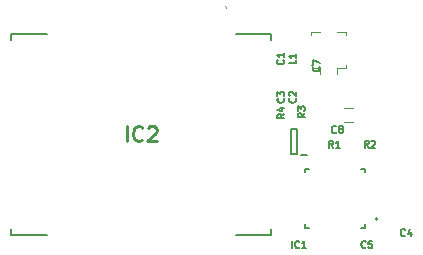
<source format=gbr>
%TF.GenerationSoftware,KiCad,Pcbnew,9.0.1*%
%TF.CreationDate,2025-05-26T16:44:25+02:00*%
%TF.ProjectId,Janus HW,4a616e75-7320-4485-972e-6b696361645f,rev?*%
%TF.SameCoordinates,Original*%
%TF.FileFunction,Legend,Top*%
%TF.FilePolarity,Positive*%
%FSLAX46Y46*%
G04 Gerber Fmt 4.6, Leading zero omitted, Abs format (unit mm)*
G04 Created by KiCad (PCBNEW 9.0.1) date 2025-05-26 16:44:25*
%MOMM*%
%LPD*%
G01*
G04 APERTURE LIST*
%ADD10C,0.150000*%
%ADD11C,0.254000*%
%ADD12C,0.120000*%
%ADD13C,0.200000*%
%ADD14C,0.100000*%
%ADD15C,0.127000*%
G04 APERTURE END LIST*
D10*
X197400000Y-75462628D02*
X197371428Y-75491200D01*
X197371428Y-75491200D02*
X197285714Y-75519771D01*
X197285714Y-75519771D02*
X197228571Y-75519771D01*
X197228571Y-75519771D02*
X197142857Y-75491200D01*
X197142857Y-75491200D02*
X197085714Y-75434057D01*
X197085714Y-75434057D02*
X197057143Y-75376914D01*
X197057143Y-75376914D02*
X197028571Y-75262628D01*
X197028571Y-75262628D02*
X197028571Y-75176914D01*
X197028571Y-75176914D02*
X197057143Y-75062628D01*
X197057143Y-75062628D02*
X197085714Y-75005485D01*
X197085714Y-75005485D02*
X197142857Y-74948342D01*
X197142857Y-74948342D02*
X197228571Y-74919771D01*
X197228571Y-74919771D02*
X197285714Y-74919771D01*
X197285714Y-74919771D02*
X197371428Y-74948342D01*
X197371428Y-74948342D02*
X197400000Y-74976914D01*
X197942857Y-74919771D02*
X197657143Y-74919771D01*
X197657143Y-74919771D02*
X197628571Y-75205485D01*
X197628571Y-75205485D02*
X197657143Y-75176914D01*
X197657143Y-75176914D02*
X197714286Y-75148342D01*
X197714286Y-75148342D02*
X197857143Y-75148342D01*
X197857143Y-75148342D02*
X197914286Y-75176914D01*
X197914286Y-75176914D02*
X197942857Y-75205485D01*
X197942857Y-75205485D02*
X197971428Y-75262628D01*
X197971428Y-75262628D02*
X197971428Y-75405485D01*
X197971428Y-75405485D02*
X197942857Y-75462628D01*
X197942857Y-75462628D02*
X197914286Y-75491200D01*
X197914286Y-75491200D02*
X197857143Y-75519771D01*
X197857143Y-75519771D02*
X197714286Y-75519771D01*
X197714286Y-75519771D02*
X197657143Y-75491200D01*
X197657143Y-75491200D02*
X197628571Y-75462628D01*
X200742500Y-74462628D02*
X200713928Y-74491200D01*
X200713928Y-74491200D02*
X200628214Y-74519771D01*
X200628214Y-74519771D02*
X200571071Y-74519771D01*
X200571071Y-74519771D02*
X200485357Y-74491200D01*
X200485357Y-74491200D02*
X200428214Y-74434057D01*
X200428214Y-74434057D02*
X200399643Y-74376914D01*
X200399643Y-74376914D02*
X200371071Y-74262628D01*
X200371071Y-74262628D02*
X200371071Y-74176914D01*
X200371071Y-74176914D02*
X200399643Y-74062628D01*
X200399643Y-74062628D02*
X200428214Y-74005485D01*
X200428214Y-74005485D02*
X200485357Y-73948342D01*
X200485357Y-73948342D02*
X200571071Y-73919771D01*
X200571071Y-73919771D02*
X200628214Y-73919771D01*
X200628214Y-73919771D02*
X200713928Y-73948342D01*
X200713928Y-73948342D02*
X200742500Y-73976914D01*
X201256786Y-74119771D02*
X201256786Y-74519771D01*
X201113928Y-73891200D02*
X200971071Y-74319771D01*
X200971071Y-74319771D02*
X201342500Y-74319771D01*
X190519771Y-64164999D02*
X190234057Y-64364999D01*
X190519771Y-64507856D02*
X189919771Y-64507856D01*
X189919771Y-64507856D02*
X189919771Y-64279285D01*
X189919771Y-64279285D02*
X189948342Y-64222142D01*
X189948342Y-64222142D02*
X189976914Y-64193571D01*
X189976914Y-64193571D02*
X190034057Y-64164999D01*
X190034057Y-64164999D02*
X190119771Y-64164999D01*
X190119771Y-64164999D02*
X190176914Y-64193571D01*
X190176914Y-64193571D02*
X190205485Y-64222142D01*
X190205485Y-64222142D02*
X190234057Y-64279285D01*
X190234057Y-64279285D02*
X190234057Y-64507856D01*
X190119771Y-63650714D02*
X190519771Y-63650714D01*
X189891200Y-63793571D02*
X190319771Y-63936428D01*
X190319771Y-63936428D02*
X190319771Y-63564999D01*
X192269771Y-64099999D02*
X191984057Y-64299999D01*
X192269771Y-64442856D02*
X191669771Y-64442856D01*
X191669771Y-64442856D02*
X191669771Y-64214285D01*
X191669771Y-64214285D02*
X191698342Y-64157142D01*
X191698342Y-64157142D02*
X191726914Y-64128571D01*
X191726914Y-64128571D02*
X191784057Y-64099999D01*
X191784057Y-64099999D02*
X191869771Y-64099999D01*
X191869771Y-64099999D02*
X191926914Y-64128571D01*
X191926914Y-64128571D02*
X191955485Y-64157142D01*
X191955485Y-64157142D02*
X191984057Y-64214285D01*
X191984057Y-64214285D02*
X191984057Y-64442856D01*
X191669771Y-63899999D02*
X191669771Y-63528571D01*
X191669771Y-63528571D02*
X191898342Y-63728571D01*
X191898342Y-63728571D02*
X191898342Y-63642856D01*
X191898342Y-63642856D02*
X191926914Y-63585714D01*
X191926914Y-63585714D02*
X191955485Y-63557142D01*
X191955485Y-63557142D02*
X192012628Y-63528571D01*
X192012628Y-63528571D02*
X192155485Y-63528571D01*
X192155485Y-63528571D02*
X192212628Y-63557142D01*
X192212628Y-63557142D02*
X192241200Y-63585714D01*
X192241200Y-63585714D02*
X192269771Y-63642856D01*
X192269771Y-63642856D02*
X192269771Y-63814285D01*
X192269771Y-63814285D02*
X192241200Y-63871428D01*
X192241200Y-63871428D02*
X192212628Y-63899999D01*
X194900000Y-65712628D02*
X194871428Y-65741200D01*
X194871428Y-65741200D02*
X194785714Y-65769771D01*
X194785714Y-65769771D02*
X194728571Y-65769771D01*
X194728571Y-65769771D02*
X194642857Y-65741200D01*
X194642857Y-65741200D02*
X194585714Y-65684057D01*
X194585714Y-65684057D02*
X194557143Y-65626914D01*
X194557143Y-65626914D02*
X194528571Y-65512628D01*
X194528571Y-65512628D02*
X194528571Y-65426914D01*
X194528571Y-65426914D02*
X194557143Y-65312628D01*
X194557143Y-65312628D02*
X194585714Y-65255485D01*
X194585714Y-65255485D02*
X194642857Y-65198342D01*
X194642857Y-65198342D02*
X194728571Y-65169771D01*
X194728571Y-65169771D02*
X194785714Y-65169771D01*
X194785714Y-65169771D02*
X194871428Y-65198342D01*
X194871428Y-65198342D02*
X194900000Y-65226914D01*
X195242857Y-65426914D02*
X195185714Y-65398342D01*
X195185714Y-65398342D02*
X195157143Y-65369771D01*
X195157143Y-65369771D02*
X195128571Y-65312628D01*
X195128571Y-65312628D02*
X195128571Y-65284057D01*
X195128571Y-65284057D02*
X195157143Y-65226914D01*
X195157143Y-65226914D02*
X195185714Y-65198342D01*
X195185714Y-65198342D02*
X195242857Y-65169771D01*
X195242857Y-65169771D02*
X195357143Y-65169771D01*
X195357143Y-65169771D02*
X195414286Y-65198342D01*
X195414286Y-65198342D02*
X195442857Y-65226914D01*
X195442857Y-65226914D02*
X195471428Y-65284057D01*
X195471428Y-65284057D02*
X195471428Y-65312628D01*
X195471428Y-65312628D02*
X195442857Y-65369771D01*
X195442857Y-65369771D02*
X195414286Y-65398342D01*
X195414286Y-65398342D02*
X195357143Y-65426914D01*
X195357143Y-65426914D02*
X195242857Y-65426914D01*
X195242857Y-65426914D02*
X195185714Y-65455485D01*
X195185714Y-65455485D02*
X195157143Y-65484057D01*
X195157143Y-65484057D02*
X195128571Y-65541200D01*
X195128571Y-65541200D02*
X195128571Y-65655485D01*
X195128571Y-65655485D02*
X195157143Y-65712628D01*
X195157143Y-65712628D02*
X195185714Y-65741200D01*
X195185714Y-65741200D02*
X195242857Y-65769771D01*
X195242857Y-65769771D02*
X195357143Y-65769771D01*
X195357143Y-65769771D02*
X195414286Y-65741200D01*
X195414286Y-65741200D02*
X195442857Y-65712628D01*
X195442857Y-65712628D02*
X195471428Y-65655485D01*
X195471428Y-65655485D02*
X195471428Y-65541200D01*
X195471428Y-65541200D02*
X195442857Y-65484057D01*
X195442857Y-65484057D02*
X195414286Y-65455485D01*
X195414286Y-65455485D02*
X195357143Y-65426914D01*
X193462628Y-60192499D02*
X193491200Y-60221071D01*
X193491200Y-60221071D02*
X193519771Y-60306785D01*
X193519771Y-60306785D02*
X193519771Y-60363928D01*
X193519771Y-60363928D02*
X193491200Y-60449642D01*
X193491200Y-60449642D02*
X193434057Y-60506785D01*
X193434057Y-60506785D02*
X193376914Y-60535356D01*
X193376914Y-60535356D02*
X193262628Y-60563928D01*
X193262628Y-60563928D02*
X193176914Y-60563928D01*
X193176914Y-60563928D02*
X193062628Y-60535356D01*
X193062628Y-60535356D02*
X193005485Y-60506785D01*
X193005485Y-60506785D02*
X192948342Y-60449642D01*
X192948342Y-60449642D02*
X192919771Y-60363928D01*
X192919771Y-60363928D02*
X192919771Y-60306785D01*
X192919771Y-60306785D02*
X192948342Y-60221071D01*
X192948342Y-60221071D02*
X192976914Y-60192499D01*
X192919771Y-59992499D02*
X192919771Y-59592499D01*
X192919771Y-59592499D02*
X193519771Y-59849642D01*
D11*
X177155237Y-66474318D02*
X177155237Y-65204318D01*
X178485714Y-66353365D02*
X178425238Y-66413842D01*
X178425238Y-66413842D02*
X178243809Y-66474318D01*
X178243809Y-66474318D02*
X178122857Y-66474318D01*
X178122857Y-66474318D02*
X177941428Y-66413842D01*
X177941428Y-66413842D02*
X177820476Y-66292889D01*
X177820476Y-66292889D02*
X177759999Y-66171937D01*
X177759999Y-66171937D02*
X177699523Y-65930032D01*
X177699523Y-65930032D02*
X177699523Y-65748603D01*
X177699523Y-65748603D02*
X177759999Y-65506699D01*
X177759999Y-65506699D02*
X177820476Y-65385746D01*
X177820476Y-65385746D02*
X177941428Y-65264794D01*
X177941428Y-65264794D02*
X178122857Y-65204318D01*
X178122857Y-65204318D02*
X178243809Y-65204318D01*
X178243809Y-65204318D02*
X178425238Y-65264794D01*
X178425238Y-65264794D02*
X178485714Y-65325270D01*
X178969523Y-65325270D02*
X179029999Y-65264794D01*
X179029999Y-65264794D02*
X179150952Y-65204318D01*
X179150952Y-65204318D02*
X179453333Y-65204318D01*
X179453333Y-65204318D02*
X179574285Y-65264794D01*
X179574285Y-65264794D02*
X179634761Y-65325270D01*
X179634761Y-65325270D02*
X179695238Y-65446222D01*
X179695238Y-65446222D02*
X179695238Y-65567175D01*
X179695238Y-65567175D02*
X179634761Y-65748603D01*
X179634761Y-65748603D02*
X178909047Y-66474318D01*
X178909047Y-66474318D02*
X179695238Y-66474318D01*
D10*
X191164286Y-75519771D02*
X191164286Y-74919771D01*
X191792857Y-75462628D02*
X191764285Y-75491200D01*
X191764285Y-75491200D02*
X191678571Y-75519771D01*
X191678571Y-75519771D02*
X191621428Y-75519771D01*
X191621428Y-75519771D02*
X191535714Y-75491200D01*
X191535714Y-75491200D02*
X191478571Y-75434057D01*
X191478571Y-75434057D02*
X191450000Y-75376914D01*
X191450000Y-75376914D02*
X191421428Y-75262628D01*
X191421428Y-75262628D02*
X191421428Y-75176914D01*
X191421428Y-75176914D02*
X191450000Y-75062628D01*
X191450000Y-75062628D02*
X191478571Y-75005485D01*
X191478571Y-75005485D02*
X191535714Y-74948342D01*
X191535714Y-74948342D02*
X191621428Y-74919771D01*
X191621428Y-74919771D02*
X191678571Y-74919771D01*
X191678571Y-74919771D02*
X191764285Y-74948342D01*
X191764285Y-74948342D02*
X191792857Y-74976914D01*
X192364285Y-75519771D02*
X192021428Y-75519771D01*
X192192857Y-75519771D02*
X192192857Y-74919771D01*
X192192857Y-74919771D02*
X192135714Y-75005485D01*
X192135714Y-75005485D02*
X192078571Y-75062628D01*
X192078571Y-75062628D02*
X192021428Y-75091200D01*
X190437628Y-59599999D02*
X190466200Y-59628571D01*
X190466200Y-59628571D02*
X190494771Y-59714285D01*
X190494771Y-59714285D02*
X190494771Y-59771428D01*
X190494771Y-59771428D02*
X190466200Y-59857142D01*
X190466200Y-59857142D02*
X190409057Y-59914285D01*
X190409057Y-59914285D02*
X190351914Y-59942856D01*
X190351914Y-59942856D02*
X190237628Y-59971428D01*
X190237628Y-59971428D02*
X190151914Y-59971428D01*
X190151914Y-59971428D02*
X190037628Y-59942856D01*
X190037628Y-59942856D02*
X189980485Y-59914285D01*
X189980485Y-59914285D02*
X189923342Y-59857142D01*
X189923342Y-59857142D02*
X189894771Y-59771428D01*
X189894771Y-59771428D02*
X189894771Y-59714285D01*
X189894771Y-59714285D02*
X189923342Y-59628571D01*
X189923342Y-59628571D02*
X189951914Y-59599999D01*
X190494771Y-59028571D02*
X190494771Y-59371428D01*
X190494771Y-59199999D02*
X189894771Y-59199999D01*
X189894771Y-59199999D02*
X189980485Y-59257142D01*
X189980485Y-59257142D02*
X190037628Y-59314285D01*
X190037628Y-59314285D02*
X190066200Y-59371428D01*
X191494771Y-59599999D02*
X191494771Y-59885713D01*
X191494771Y-59885713D02*
X190894771Y-59885713D01*
X191494771Y-59085714D02*
X191494771Y-59428571D01*
X191494771Y-59257142D02*
X190894771Y-59257142D01*
X190894771Y-59257142D02*
X190980485Y-59314285D01*
X190980485Y-59314285D02*
X191037628Y-59371428D01*
X191037628Y-59371428D02*
X191066200Y-59428571D01*
X191462628Y-62849999D02*
X191491200Y-62878571D01*
X191491200Y-62878571D02*
X191519771Y-62964285D01*
X191519771Y-62964285D02*
X191519771Y-63021428D01*
X191519771Y-63021428D02*
X191491200Y-63107142D01*
X191491200Y-63107142D02*
X191434057Y-63164285D01*
X191434057Y-63164285D02*
X191376914Y-63192856D01*
X191376914Y-63192856D02*
X191262628Y-63221428D01*
X191262628Y-63221428D02*
X191176914Y-63221428D01*
X191176914Y-63221428D02*
X191062628Y-63192856D01*
X191062628Y-63192856D02*
X191005485Y-63164285D01*
X191005485Y-63164285D02*
X190948342Y-63107142D01*
X190948342Y-63107142D02*
X190919771Y-63021428D01*
X190919771Y-63021428D02*
X190919771Y-62964285D01*
X190919771Y-62964285D02*
X190948342Y-62878571D01*
X190948342Y-62878571D02*
X190976914Y-62849999D01*
X190976914Y-62621428D02*
X190948342Y-62592856D01*
X190948342Y-62592856D02*
X190919771Y-62535714D01*
X190919771Y-62535714D02*
X190919771Y-62392856D01*
X190919771Y-62392856D02*
X190948342Y-62335714D01*
X190948342Y-62335714D02*
X190976914Y-62307142D01*
X190976914Y-62307142D02*
X191034057Y-62278571D01*
X191034057Y-62278571D02*
X191091200Y-62278571D01*
X191091200Y-62278571D02*
X191176914Y-62307142D01*
X191176914Y-62307142D02*
X191519771Y-62649999D01*
X191519771Y-62649999D02*
X191519771Y-62278571D01*
X194650000Y-67019771D02*
X194450000Y-66734057D01*
X194307143Y-67019771D02*
X194307143Y-66419771D01*
X194307143Y-66419771D02*
X194535714Y-66419771D01*
X194535714Y-66419771D02*
X194592857Y-66448342D01*
X194592857Y-66448342D02*
X194621428Y-66476914D01*
X194621428Y-66476914D02*
X194650000Y-66534057D01*
X194650000Y-66534057D02*
X194650000Y-66619771D01*
X194650000Y-66619771D02*
X194621428Y-66676914D01*
X194621428Y-66676914D02*
X194592857Y-66705485D01*
X194592857Y-66705485D02*
X194535714Y-66734057D01*
X194535714Y-66734057D02*
X194307143Y-66734057D01*
X195221428Y-67019771D02*
X194878571Y-67019771D01*
X195050000Y-67019771D02*
X195050000Y-66419771D01*
X195050000Y-66419771D02*
X194992857Y-66505485D01*
X194992857Y-66505485D02*
X194935714Y-66562628D01*
X194935714Y-66562628D02*
X194878571Y-66591200D01*
X197650000Y-67019771D02*
X197450000Y-66734057D01*
X197307143Y-67019771D02*
X197307143Y-66419771D01*
X197307143Y-66419771D02*
X197535714Y-66419771D01*
X197535714Y-66419771D02*
X197592857Y-66448342D01*
X197592857Y-66448342D02*
X197621428Y-66476914D01*
X197621428Y-66476914D02*
X197650000Y-66534057D01*
X197650000Y-66534057D02*
X197650000Y-66619771D01*
X197650000Y-66619771D02*
X197621428Y-66676914D01*
X197621428Y-66676914D02*
X197592857Y-66705485D01*
X197592857Y-66705485D02*
X197535714Y-66734057D01*
X197535714Y-66734057D02*
X197307143Y-66734057D01*
X197878571Y-66476914D02*
X197907143Y-66448342D01*
X197907143Y-66448342D02*
X197964286Y-66419771D01*
X197964286Y-66419771D02*
X198107143Y-66419771D01*
X198107143Y-66419771D02*
X198164286Y-66448342D01*
X198164286Y-66448342D02*
X198192857Y-66476914D01*
X198192857Y-66476914D02*
X198221428Y-66534057D01*
X198221428Y-66534057D02*
X198221428Y-66591200D01*
X198221428Y-66591200D02*
X198192857Y-66676914D01*
X198192857Y-66676914D02*
X197850000Y-67019771D01*
X197850000Y-67019771D02*
X198221428Y-67019771D01*
X190462628Y-62849999D02*
X190491200Y-62878571D01*
X190491200Y-62878571D02*
X190519771Y-62964285D01*
X190519771Y-62964285D02*
X190519771Y-63021428D01*
X190519771Y-63021428D02*
X190491200Y-63107142D01*
X190491200Y-63107142D02*
X190434057Y-63164285D01*
X190434057Y-63164285D02*
X190376914Y-63192856D01*
X190376914Y-63192856D02*
X190262628Y-63221428D01*
X190262628Y-63221428D02*
X190176914Y-63221428D01*
X190176914Y-63221428D02*
X190062628Y-63192856D01*
X190062628Y-63192856D02*
X190005485Y-63164285D01*
X190005485Y-63164285D02*
X189948342Y-63107142D01*
X189948342Y-63107142D02*
X189919771Y-63021428D01*
X189919771Y-63021428D02*
X189919771Y-62964285D01*
X189919771Y-62964285D02*
X189948342Y-62878571D01*
X189948342Y-62878571D02*
X189976914Y-62849999D01*
X189919771Y-62649999D02*
X189919771Y-62278571D01*
X189919771Y-62278571D02*
X190148342Y-62478571D01*
X190148342Y-62478571D02*
X190148342Y-62392856D01*
X190148342Y-62392856D02*
X190176914Y-62335714D01*
X190176914Y-62335714D02*
X190205485Y-62307142D01*
X190205485Y-62307142D02*
X190262628Y-62278571D01*
X190262628Y-62278571D02*
X190405485Y-62278571D01*
X190405485Y-62278571D02*
X190462628Y-62307142D01*
X190462628Y-62307142D02*
X190491200Y-62335714D01*
X190491200Y-62335714D02*
X190519771Y-62392856D01*
X190519771Y-62392856D02*
X190519771Y-62564285D01*
X190519771Y-62564285D02*
X190491200Y-62621428D01*
X190491200Y-62621428D02*
X190462628Y-62649999D01*
D12*
%TO.C,L2*%
X195537878Y-63690000D02*
X196337122Y-63690000D01*
X195537878Y-64810000D02*
X196337122Y-64810000D01*
D13*
%TO.C,IC3*%
X191588000Y-67550000D02*
X191088000Y-67550000D01*
X191088000Y-67550000D02*
X191088000Y-65450000D01*
X191088000Y-65450000D02*
X191588000Y-65450000D01*
X191588000Y-65450000D02*
X191588000Y-67550000D01*
X192413000Y-67650000D02*
X191938000Y-67650000D01*
%TO.C,IC2*%
X189395000Y-74400000D02*
X189395000Y-73900000D01*
X189395000Y-57900000D02*
X189395000Y-57400000D01*
X189395000Y-57400000D02*
X186395000Y-57400000D01*
X186395000Y-74400000D02*
X189395000Y-74400000D01*
D14*
X185545000Y-55200000D02*
X185545000Y-55200000D01*
X185545000Y-55100000D02*
X185545000Y-55100000D01*
D13*
X170395000Y-74400000D02*
X167395000Y-74400000D01*
X170395000Y-57400000D02*
X167395000Y-57400000D01*
X167395000Y-74400000D02*
X167395000Y-73900000D01*
X167395000Y-57400000D02*
X167395000Y-57900000D01*
D14*
X185545000Y-55200000D02*
G75*
G02*
X185545000Y-55100000I0J50000D01*
G01*
X185545000Y-55100000D02*
G75*
G02*
X185545000Y-55200000I0J-50000D01*
G01*
D12*
%TO.C,AE2*%
X195750000Y-60250000D02*
X194950000Y-60250000D01*
X195750000Y-60050000D02*
X195750000Y-60250000D01*
X195750000Y-57250000D02*
X195750000Y-57450000D01*
X194950000Y-60250000D02*
X194950000Y-60750000D01*
X194950000Y-57250000D02*
X195750000Y-57250000D01*
X193550000Y-60250000D02*
X193550000Y-60750000D01*
X193550000Y-60250000D02*
X192950000Y-60250000D01*
X192950000Y-60250000D02*
X192750000Y-60050000D01*
X192750000Y-57450000D02*
X192750000Y-57250000D01*
X192750000Y-57250000D02*
X193550000Y-57250000D01*
D15*
%TO.C,IC1*%
X192305000Y-68805000D02*
X192305000Y-69105000D01*
X192305000Y-68805000D02*
X192605000Y-68805000D01*
X192305000Y-73805000D02*
X192305000Y-73505000D01*
X192305000Y-73805000D02*
X192605000Y-73805000D01*
X197305000Y-68805000D02*
X197005000Y-68805000D01*
X197305000Y-68805000D02*
X197305000Y-69105000D01*
X197305000Y-73805000D02*
X197005000Y-73805000D01*
X197305000Y-73805000D02*
X197305000Y-73505000D01*
D13*
X198405000Y-73055000D02*
G75*
G02*
X198205000Y-73055000I-100000J0D01*
G01*
X198205000Y-73055000D02*
G75*
G02*
X198405000Y-73055000I100000J0D01*
G01*
%TD*%
M02*

</source>
